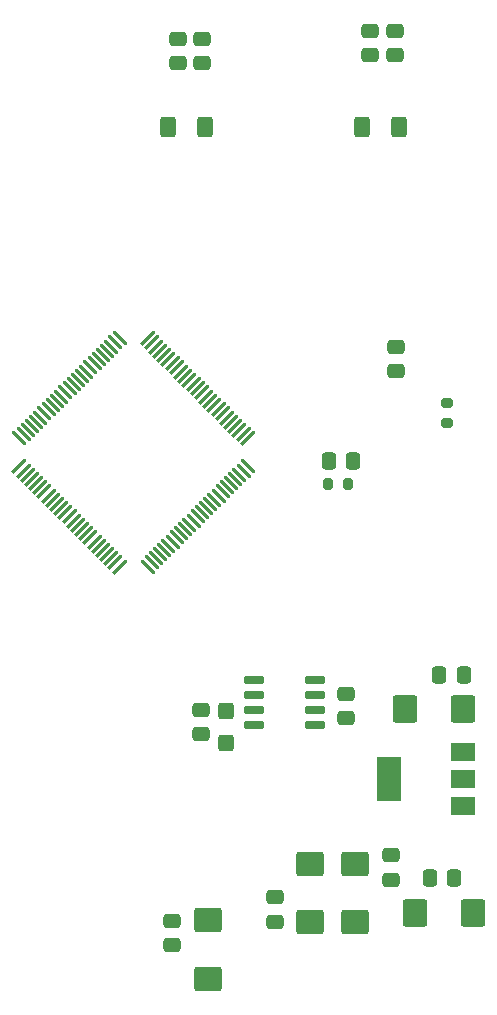
<source format=gbr>
%TF.GenerationSoftware,KiCad,Pcbnew,(6.0.6)*%
%TF.CreationDate,2022-11-26T14:51:24+01:00*%
%TF.ProjectId,wt,77742e6b-6963-4616-945f-706362585858,rev?*%
%TF.SameCoordinates,Original*%
%TF.FileFunction,Paste,Bot*%
%TF.FilePolarity,Positive*%
%FSLAX46Y46*%
G04 Gerber Fmt 4.6, Leading zero omitted, Abs format (unit mm)*
G04 Created by KiCad (PCBNEW (6.0.6)) date 2022-11-26 14:51:24*
%MOMM*%
%LPD*%
G01*
G04 APERTURE LIST*
G04 Aperture macros list*
%AMRoundRect*
0 Rectangle with rounded corners*
0 $1 Rounding radius*
0 $2 $3 $4 $5 $6 $7 $8 $9 X,Y pos of 4 corners*
0 Add a 4 corners polygon primitive as box body*
4,1,4,$2,$3,$4,$5,$6,$7,$8,$9,$2,$3,0*
0 Add four circle primitives for the rounded corners*
1,1,$1+$1,$2,$3*
1,1,$1+$1,$4,$5*
1,1,$1+$1,$6,$7*
1,1,$1+$1,$8,$9*
0 Add four rect primitives between the rounded corners*
20,1,$1+$1,$2,$3,$4,$5,0*
20,1,$1+$1,$4,$5,$6,$7,0*
20,1,$1+$1,$6,$7,$8,$9,0*
20,1,$1+$1,$8,$9,$2,$3,0*%
G04 Aperture macros list end*
%ADD10RoundRect,0.250000X0.475000X-0.337500X0.475000X0.337500X-0.475000X0.337500X-0.475000X-0.337500X0*%
%ADD11RoundRect,0.200000X0.200000X0.275000X-0.200000X0.275000X-0.200000X-0.275000X0.200000X-0.275000X0*%
%ADD12RoundRect,0.250000X-0.787500X-0.925000X0.787500X-0.925000X0.787500X0.925000X-0.787500X0.925000X0*%
%ADD13RoundRect,0.250000X-0.337500X-0.475000X0.337500X-0.475000X0.337500X0.475000X-0.337500X0.475000X0*%
%ADD14RoundRect,0.250000X-0.475000X0.337500X-0.475000X-0.337500X0.475000X-0.337500X0.475000X0.337500X0*%
%ADD15RoundRect,0.250000X-0.400000X-0.625000X0.400000X-0.625000X0.400000X0.625000X-0.400000X0.625000X0*%
%ADD16RoundRect,0.075000X0.565685X-0.459619X-0.459619X0.565685X-0.565685X0.459619X0.459619X-0.565685X0*%
%ADD17RoundRect,0.075000X0.565685X0.459619X0.459619X0.565685X-0.565685X-0.459619X-0.459619X-0.565685X0*%
%ADD18RoundRect,0.250000X0.337500X0.475000X-0.337500X0.475000X-0.337500X-0.475000X0.337500X-0.475000X0*%
%ADD19RoundRect,0.250000X0.925000X-0.787500X0.925000X0.787500X-0.925000X0.787500X-0.925000X-0.787500X0*%
%ADD20RoundRect,0.150000X0.725000X0.150000X-0.725000X0.150000X-0.725000X-0.150000X0.725000X-0.150000X0*%
%ADD21RoundRect,0.250000X-0.925000X0.787500X-0.925000X-0.787500X0.925000X-0.787500X0.925000X0.787500X0*%
%ADD22RoundRect,0.200000X0.275000X-0.200000X0.275000X0.200000X-0.275000X0.200000X-0.275000X-0.200000X0*%
%ADD23RoundRect,0.250000X-0.425000X0.450000X-0.425000X-0.450000X0.425000X-0.450000X0.425000X0.450000X0*%
%ADD24R,2.000000X1.500000*%
%ADD25R,2.000000X3.800000*%
%ADD26RoundRect,0.250000X0.787500X0.925000X-0.787500X0.925000X-0.787500X-0.925000X0.787500X-0.925000X0*%
G04 APERTURE END LIST*
D10*
%TO.C,C27*%
X43713400Y87964100D03*
X43713400Y90039100D03*
%TD*%
D11*
%TO.C,R3*%
X56019200Y52349400D03*
X54369200Y52349400D03*
%TD*%
D10*
%TO.C,C40*%
X59664600Y18825300D03*
X59664600Y20900300D03*
%TD*%
D12*
%TO.C,C25*%
X61697900Y16002000D03*
X66622900Y16002000D03*
%TD*%
D10*
%TO.C,C26*%
X60045600Y88624500D03*
X60045600Y90699500D03*
%TD*%
D13*
%TO.C,C3*%
X54410700Y54254400D03*
X56485700Y54254400D03*
%TD*%
D14*
%TO.C,C16*%
X55880000Y34565500D03*
X55880000Y32490500D03*
%TD*%
D15*
%TO.C,R10*%
X57251000Y82575400D03*
X60351000Y82575400D03*
%TD*%
D16*
%TO.C,U4*%
X47566485Y53831996D03*
X47212932Y53478443D03*
X46859378Y53124889D03*
X46505825Y52771336D03*
X46152272Y52417783D03*
X45798718Y52064229D03*
X45445165Y51710676D03*
X45091611Y51357122D03*
X44738058Y51003569D03*
X44384505Y50650016D03*
X44030951Y50296462D03*
X43677398Y49942909D03*
X43323845Y49589355D03*
X42970291Y49235802D03*
X42616738Y48882249D03*
X42263184Y48528695D03*
X41909631Y48175142D03*
X41556078Y47821589D03*
X41202524Y47468035D03*
X40848971Y47114482D03*
X40495417Y46760928D03*
X40141864Y46407375D03*
X39788311Y46053822D03*
X39434757Y45700268D03*
X39081204Y45346715D03*
D17*
X36712396Y45346715D03*
X36358843Y45700268D03*
X36005289Y46053822D03*
X35651736Y46407375D03*
X35298183Y46760928D03*
X34944629Y47114482D03*
X34591076Y47468035D03*
X34237522Y47821589D03*
X33883969Y48175142D03*
X33530416Y48528695D03*
X33176862Y48882249D03*
X32823309Y49235802D03*
X32469755Y49589355D03*
X32116202Y49942909D03*
X31762649Y50296462D03*
X31409095Y50650016D03*
X31055542Y51003569D03*
X30701989Y51357122D03*
X30348435Y51710676D03*
X29994882Y52064229D03*
X29641328Y52417783D03*
X29287775Y52771336D03*
X28934222Y53124889D03*
X28580668Y53478443D03*
X28227115Y53831996D03*
D16*
X28227115Y56200804D03*
X28580668Y56554357D03*
X28934222Y56907911D03*
X29287775Y57261464D03*
X29641328Y57615017D03*
X29994882Y57968571D03*
X30348435Y58322124D03*
X30701989Y58675678D03*
X31055542Y59029231D03*
X31409095Y59382784D03*
X31762649Y59736338D03*
X32116202Y60089891D03*
X32469755Y60443445D03*
X32823309Y60796998D03*
X33176862Y61150551D03*
X33530416Y61504105D03*
X33883969Y61857658D03*
X34237522Y62211211D03*
X34591076Y62564765D03*
X34944629Y62918318D03*
X35298183Y63271872D03*
X35651736Y63625425D03*
X36005289Y63978978D03*
X36358843Y64332532D03*
X36712396Y64686085D03*
D17*
X39081204Y64686085D03*
X39434757Y64332532D03*
X39788311Y63978978D03*
X40141864Y63625425D03*
X40495417Y63271872D03*
X40848971Y62918318D03*
X41202524Y62564765D03*
X41556078Y62211211D03*
X41909631Y61857658D03*
X42263184Y61504105D03*
X42616738Y61150551D03*
X42970291Y60796998D03*
X43323845Y60443445D03*
X43677398Y60089891D03*
X44030951Y59736338D03*
X44384505Y59382784D03*
X44738058Y59029231D03*
X45091611Y58675678D03*
X45445165Y58322124D03*
X45798718Y57968571D03*
X46152272Y57615017D03*
X46505825Y57261464D03*
X46859378Y56907911D03*
X47212932Y56554357D03*
X47566485Y56200804D03*
%TD*%
D14*
%TO.C,C32*%
X60071000Y63953300D03*
X60071000Y61878300D03*
%TD*%
D18*
%TO.C,C30*%
X65858300Y36169600D03*
X63783300Y36169600D03*
%TD*%
D19*
%TO.C,C24*%
X56642000Y15241300D03*
X56642000Y20166300D03*
%TD*%
D13*
%TO.C,C41*%
X62970500Y18973800D03*
X65045500Y18973800D03*
%TD*%
D20*
%TO.C,U17*%
X53222600Y35763200D03*
X53222600Y34493200D03*
X53222600Y33223200D03*
X53222600Y31953200D03*
X48072600Y31953200D03*
X48072600Y33223200D03*
X48072600Y34493200D03*
X48072600Y35763200D03*
%TD*%
D19*
%TO.C,C42*%
X52806600Y15241300D03*
X52806600Y20166300D03*
%TD*%
D15*
%TO.C,R9*%
X40817200Y82575400D03*
X43917200Y82575400D03*
%TD*%
D14*
%TO.C,C19*%
X43597600Y33244700D03*
X43597600Y31169700D03*
%TD*%
%TO.C,C20*%
X57937400Y90699500D03*
X57937400Y88624500D03*
%TD*%
D21*
%TO.C,C21*%
X44196000Y15391100D03*
X44196000Y10466100D03*
%TD*%
D22*
%TO.C,R1*%
X64414400Y57544200D03*
X64414400Y59194200D03*
%TD*%
D23*
%TO.C,C18*%
X45717600Y33137200D03*
X45717600Y30437200D03*
%TD*%
D24*
%TO.C,U19*%
X65811800Y29655800D03*
X65811800Y27355800D03*
X65811800Y25055800D03*
D25*
X59511800Y27355800D03*
%TD*%
D26*
%TO.C,C22*%
X65810100Y33248600D03*
X60885100Y33248600D03*
%TD*%
D10*
%TO.C,C29*%
X49834800Y15294700D03*
X49834800Y17369700D03*
%TD*%
D14*
%TO.C,C28*%
X41656000Y90039100D03*
X41656000Y87964100D03*
%TD*%
%TO.C,C31*%
X41173400Y15363100D03*
X41173400Y13288100D03*
%TD*%
M02*

</source>
